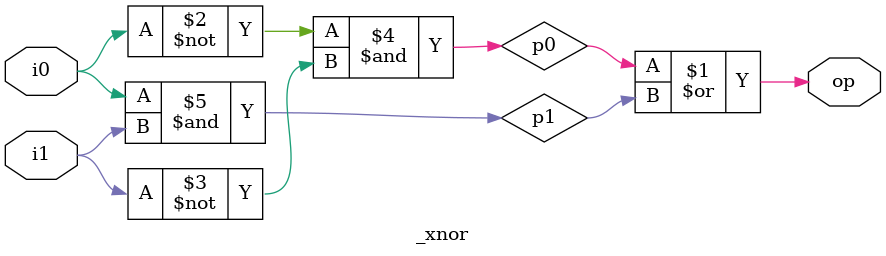
<source format=v>

module _xnor(input wire i0, i1, output wire op);

   // signal declaration
   wire p0, p1;

   // body
   // sum of two product terms
   assign op = p0 | p1;
   // product terms
   assign p0 = ~i0 & ~i1;
   assign p1 = i0 & i1;

endmodule
</source>
